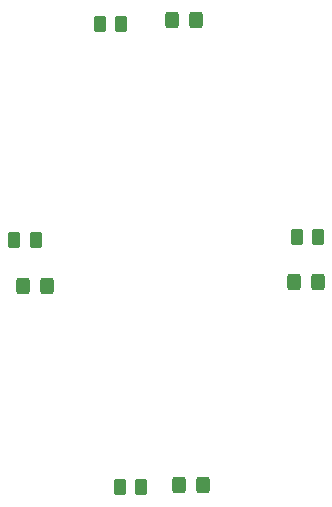
<source format=gbr>
%TF.GenerationSoftware,KiCad,Pcbnew,(6.0.7)*%
%TF.CreationDate,2022-10-30T17:48:50+07:00*%
%TF.ProjectId,dd,64642e6b-6963-4616-945f-706362585858,rev?*%
%TF.SameCoordinates,Original*%
%TF.FileFunction,Paste,Top*%
%TF.FilePolarity,Positive*%
%FSLAX46Y46*%
G04 Gerber Fmt 4.6, Leading zero omitted, Abs format (unit mm)*
G04 Created by KiCad (PCBNEW (6.0.7)) date 2022-10-30 17:48:50*
%MOMM*%
%LPD*%
G01*
G04 APERTURE LIST*
G04 Aperture macros list*
%AMRoundRect*
0 Rectangle with rounded corners*
0 $1 Rounding radius*
0 $2 $3 $4 $5 $6 $7 $8 $9 X,Y pos of 4 corners*
0 Add a 4 corners polygon primitive as box body*
4,1,4,$2,$3,$4,$5,$6,$7,$8,$9,$2,$3,0*
0 Add four circle primitives for the rounded corners*
1,1,$1+$1,$2,$3*
1,1,$1+$1,$4,$5*
1,1,$1+$1,$6,$7*
1,1,$1+$1,$8,$9*
0 Add four rect primitives between the rounded corners*
20,1,$1+$1,$2,$3,$4,$5,0*
20,1,$1+$1,$4,$5,$6,$7,0*
20,1,$1+$1,$6,$7,$8,$9,0*
20,1,$1+$1,$8,$9,$2,$3,0*%
G04 Aperture macros list end*
%ADD10RoundRect,0.250000X-0.262500X-0.450000X0.262500X-0.450000X0.262500X0.450000X-0.262500X0.450000X0*%
%ADD11RoundRect,0.250000X-0.325000X-0.450000X0.325000X-0.450000X0.325000X0.450000X-0.325000X0.450000X0*%
G04 APERTURE END LIST*
D10*
%TO.C,R4*%
X123187500Y-68700000D03*
X125012500Y-68700000D03*
%TD*%
%TO.C,R3*%
X147137500Y-68450000D03*
X148962500Y-68450000D03*
%TD*%
%TO.C,R2*%
X132155000Y-89600000D03*
X133980000Y-89600000D03*
%TD*%
%TO.C,R1*%
X130437500Y-50450000D03*
X132262500Y-50450000D03*
%TD*%
D11*
%TO.C,D2*%
X137125000Y-89500000D03*
X139175000Y-89500000D03*
%TD*%
%TO.C,D1*%
X136575000Y-50100000D03*
X138625000Y-50100000D03*
%TD*%
%TO.C,D3*%
X146875000Y-72300000D03*
X148925000Y-72300000D03*
%TD*%
%TO.C,D4*%
X123925000Y-72650000D03*
X125975000Y-72650000D03*
%TD*%
M02*

</source>
